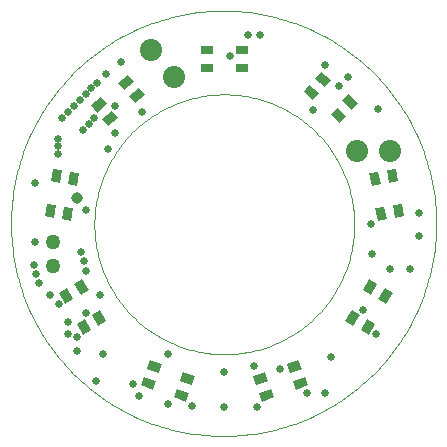
<source format=gbr>
G04 EAGLE Gerber RS-274X export*
G75*
%MOMM*%
%FSLAX35Y35*%
%LPD*%
%INsolder_mask_top*%
%IPPOS*%
%AMOC8*
5,1,8,0,0,1.08239X$1,22.5*%
G01*
%ADD10C,0.010000*%
%ADD11C,0.050000*%
%ADD12R,1.076200X0.776200*%
%ADD13C,1.876200*%
%ADD14C,1.276200*%
%ADD15C,0.629400*%
%ADD16C,0.976200*%


D10*
X1793375Y-42625D02*
X1793375Y57375D01*
D11*
X-1806625Y7375D02*
X-1806083Y51549D01*
X-1804457Y95697D01*
X-1801748Y139791D01*
X-1797958Y183806D01*
X-1793088Y227714D01*
X-1787143Y271490D01*
X-1780125Y315106D01*
X-1772039Y358538D01*
X-1762889Y401757D01*
X-1752681Y444739D01*
X-1741422Y487458D01*
X-1729118Y529887D01*
X-1715776Y572002D01*
X-1701404Y613777D01*
X-1686012Y655186D01*
X-1669608Y696205D01*
X-1652203Y736809D01*
X-1633806Y776974D01*
X-1614429Y816675D01*
X-1594083Y855889D01*
X-1572782Y894592D01*
X-1550536Y932760D01*
X-1527361Y970371D01*
X-1503270Y1007401D01*
X-1478278Y1043830D01*
X-1452399Y1079634D01*
X-1425649Y1114792D01*
X-1398044Y1149283D01*
X-1369601Y1183086D01*
X-1340337Y1216181D01*
X-1310270Y1248548D01*
X-1279417Y1280167D01*
X-1247798Y1311020D01*
X-1215431Y1341087D01*
X-1182336Y1370351D01*
X-1148533Y1398794D01*
X-1114042Y1426399D01*
X-1078884Y1453149D01*
X-1043080Y1479028D01*
X-1006651Y1504020D01*
X-969621Y1528111D01*
X-932010Y1551286D01*
X-893842Y1573532D01*
X-855139Y1594833D01*
X-815925Y1615179D01*
X-776224Y1634556D01*
X-736059Y1652953D01*
X-695455Y1670358D01*
X-654436Y1686762D01*
X-613027Y1702154D01*
X-571252Y1716526D01*
X-529137Y1729868D01*
X-486708Y1742172D01*
X-443989Y1753431D01*
X-401007Y1763639D01*
X-357788Y1772789D01*
X-314356Y1780875D01*
X-270740Y1787893D01*
X-226964Y1793838D01*
X-183056Y1798708D01*
X-139041Y1802498D01*
X-94947Y1805207D01*
X-50799Y1806833D01*
X-6625Y1807375D01*
X37549Y1806833D01*
X81697Y1805207D01*
X125791Y1802498D01*
X169806Y1798708D01*
X213714Y1793838D01*
X257490Y1787893D01*
X301106Y1780875D01*
X344538Y1772789D01*
X387757Y1763639D01*
X430739Y1753431D01*
X473458Y1742172D01*
X515887Y1729868D01*
X558002Y1716526D01*
X599777Y1702154D01*
X641186Y1686762D01*
X682205Y1670358D01*
X722809Y1652953D01*
X762974Y1634556D01*
X802675Y1615179D01*
X841889Y1594833D01*
X880592Y1573532D01*
X918760Y1551286D01*
X956371Y1528111D01*
X993401Y1504020D01*
X1029830Y1479028D01*
X1065634Y1453149D01*
X1100792Y1426399D01*
X1135283Y1398794D01*
X1169086Y1370351D01*
X1202181Y1341087D01*
X1234548Y1311020D01*
X1266167Y1280167D01*
X1297020Y1248548D01*
X1327087Y1216181D01*
X1356351Y1183086D01*
X1384794Y1149283D01*
X1412399Y1114792D01*
X1439149Y1079634D01*
X1465028Y1043830D01*
X1490020Y1007401D01*
X1514111Y970371D01*
X1537286Y932760D01*
X1559532Y894592D01*
X1580833Y855889D01*
X1601179Y816675D01*
X1620556Y776974D01*
X1638953Y736809D01*
X1656358Y696205D01*
X1672762Y655186D01*
X1688154Y613777D01*
X1702526Y572002D01*
X1715868Y529887D01*
X1728172Y487458D01*
X1739431Y444739D01*
X1749639Y401757D01*
X1758789Y358538D01*
X1766875Y315106D01*
X1773893Y271490D01*
X1779838Y227714D01*
X1784708Y183806D01*
X1788498Y139791D01*
X1791207Y95697D01*
X1792833Y51549D01*
X1793375Y7375D01*
X1792833Y-36799D01*
X1791207Y-80947D01*
X1788498Y-125041D01*
X1784708Y-169056D01*
X1779838Y-212964D01*
X1773893Y-256740D01*
X1766875Y-300356D01*
X1758789Y-343788D01*
X1749639Y-387007D01*
X1739431Y-429989D01*
X1728172Y-472708D01*
X1715868Y-515137D01*
X1702526Y-557252D01*
X1688154Y-599027D01*
X1672762Y-640436D01*
X1656358Y-681455D01*
X1638953Y-722059D01*
X1620556Y-762224D01*
X1601179Y-801925D01*
X1580833Y-841139D01*
X1559532Y-879842D01*
X1537286Y-918010D01*
X1514111Y-955621D01*
X1490020Y-992651D01*
X1465028Y-1029080D01*
X1439149Y-1064884D01*
X1412399Y-1100042D01*
X1384794Y-1134533D01*
X1356351Y-1168336D01*
X1327087Y-1201431D01*
X1297020Y-1233798D01*
X1266167Y-1265417D01*
X1234548Y-1296270D01*
X1202181Y-1326337D01*
X1169086Y-1355601D01*
X1135283Y-1384044D01*
X1100792Y-1411649D01*
X1065634Y-1438399D01*
X1029830Y-1464278D01*
X993401Y-1489270D01*
X956371Y-1513361D01*
X918760Y-1536536D01*
X880592Y-1558782D01*
X841889Y-1580083D01*
X802675Y-1600429D01*
X762974Y-1619806D01*
X722809Y-1638203D01*
X682205Y-1655608D01*
X641186Y-1672012D01*
X599777Y-1687404D01*
X558002Y-1701776D01*
X515887Y-1715118D01*
X473458Y-1727422D01*
X430739Y-1738681D01*
X387757Y-1748889D01*
X344538Y-1758039D01*
X301106Y-1766125D01*
X257490Y-1773143D01*
X213714Y-1779088D01*
X169806Y-1783958D01*
X125791Y-1787748D01*
X81697Y-1790457D01*
X37549Y-1792083D01*
X-6625Y-1792625D01*
X-50799Y-1792083D01*
X-94947Y-1790457D01*
X-139041Y-1787748D01*
X-183056Y-1783958D01*
X-226964Y-1779088D01*
X-270740Y-1773143D01*
X-314356Y-1766125D01*
X-357788Y-1758039D01*
X-401007Y-1748889D01*
X-443989Y-1738681D01*
X-486708Y-1727422D01*
X-529137Y-1715118D01*
X-571252Y-1701776D01*
X-613027Y-1687404D01*
X-654436Y-1672012D01*
X-695455Y-1655608D01*
X-736059Y-1638203D01*
X-776224Y-1619806D01*
X-815925Y-1600429D01*
X-855139Y-1580083D01*
X-893842Y-1558782D01*
X-932010Y-1536536D01*
X-969621Y-1513361D01*
X-1006651Y-1489270D01*
X-1043080Y-1464278D01*
X-1078884Y-1438399D01*
X-1114042Y-1411649D01*
X-1148533Y-1384044D01*
X-1182336Y-1355601D01*
X-1215431Y-1326337D01*
X-1247798Y-1296270D01*
X-1279417Y-1265417D01*
X-1310270Y-1233798D01*
X-1340337Y-1201431D01*
X-1369601Y-1168336D01*
X-1398044Y-1134533D01*
X-1425649Y-1100042D01*
X-1452399Y-1064884D01*
X-1478278Y-1029080D01*
X-1503270Y-992651D01*
X-1527361Y-955621D01*
X-1550536Y-918010D01*
X-1572782Y-879842D01*
X-1594083Y-841139D01*
X-1614429Y-801925D01*
X-1633806Y-762224D01*
X-1652203Y-722059D01*
X-1669608Y-681455D01*
X-1686012Y-640436D01*
X-1701404Y-599027D01*
X-1715776Y-557252D01*
X-1729118Y-515137D01*
X-1741422Y-472708D01*
X-1752681Y-429989D01*
X-1762889Y-387007D01*
X-1772039Y-343788D01*
X-1780125Y-300356D01*
X-1787143Y-256740D01*
X-1793088Y-212964D01*
X-1797958Y-169056D01*
X-1801748Y-125041D01*
X-1804457Y-80947D01*
X-1806083Y-36799D01*
X-1806625Y7375D01*
X-1100000Y0D02*
X-1099669Y26995D01*
X-1098675Y53974D01*
X-1097020Y80921D01*
X-1094703Y107819D01*
X-1091727Y134652D01*
X-1088094Y161404D01*
X-1083805Y188058D01*
X-1078864Y214599D01*
X-1073272Y241011D01*
X-1067034Y267278D01*
X-1060154Y293384D01*
X-1052634Y319313D01*
X-1044481Y345050D01*
X-1035698Y370579D01*
X-1026292Y395885D01*
X-1016267Y420952D01*
X-1005631Y445765D01*
X-994388Y470311D01*
X-982547Y494572D01*
X-970113Y518536D01*
X-957096Y542188D01*
X-943501Y565513D01*
X-929339Y588497D01*
X-914617Y611127D01*
X-899343Y633389D01*
X-883528Y655269D01*
X-867181Y676755D01*
X-850311Y697833D01*
X-832930Y718490D01*
X-815046Y738715D01*
X-796672Y758495D01*
X-777817Y777817D01*
X-758495Y796672D01*
X-738715Y815046D01*
X-718490Y832930D01*
X-697833Y850311D01*
X-676755Y867181D01*
X-655269Y883528D01*
X-633389Y899343D01*
X-611127Y914617D01*
X-588497Y929339D01*
X-565513Y943501D01*
X-542188Y957096D01*
X-518536Y970113D01*
X-494572Y982547D01*
X-470311Y994388D01*
X-445765Y1005631D01*
X-420952Y1016267D01*
X-395885Y1026292D01*
X-370579Y1035698D01*
X-345050Y1044481D01*
X-319313Y1052634D01*
X-293384Y1060154D01*
X-267278Y1067034D01*
X-241011Y1073272D01*
X-214599Y1078864D01*
X-188058Y1083805D01*
X-161404Y1088094D01*
X-134652Y1091727D01*
X-107819Y1094703D01*
X-80921Y1097020D01*
X-53974Y1098675D01*
X-26995Y1099669D01*
X0Y1100000D01*
X26995Y1099669D01*
X53974Y1098675D01*
X80921Y1097020D01*
X107819Y1094703D01*
X134652Y1091727D01*
X161404Y1088094D01*
X188058Y1083805D01*
X214599Y1078864D01*
X241011Y1073272D01*
X267278Y1067034D01*
X293384Y1060154D01*
X319313Y1052634D01*
X345050Y1044481D01*
X370579Y1035698D01*
X395885Y1026292D01*
X420952Y1016267D01*
X445765Y1005631D01*
X470311Y994388D01*
X494572Y982547D01*
X518536Y970113D01*
X542188Y957096D01*
X565513Y943501D01*
X588497Y929339D01*
X611127Y914617D01*
X633389Y899343D01*
X655269Y883528D01*
X676755Y867181D01*
X697833Y850311D01*
X718490Y832930D01*
X738715Y815046D01*
X758495Y796672D01*
X777817Y777817D01*
X796672Y758495D01*
X815046Y738715D01*
X832930Y718490D01*
X850311Y697833D01*
X867181Y676755D01*
X883528Y655269D01*
X899343Y633389D01*
X914617Y611127D01*
X929339Y588497D01*
X943501Y565513D01*
X957096Y542188D01*
X970113Y518536D01*
X982547Y494572D01*
X994388Y470311D01*
X1005631Y445765D01*
X1016267Y420952D01*
X1026292Y395885D01*
X1035698Y370579D01*
X1044481Y345050D01*
X1052634Y319313D01*
X1060154Y293384D01*
X1067034Y267278D01*
X1073272Y241011D01*
X1078864Y214599D01*
X1083805Y188058D01*
X1088094Y161404D01*
X1091727Y134652D01*
X1094703Y107819D01*
X1097020Y80921D01*
X1098675Y53974D01*
X1099669Y26995D01*
X1100000Y0D01*
X1099669Y-26995D01*
X1098675Y-53974D01*
X1097020Y-80921D01*
X1094703Y-107819D01*
X1091727Y-134652D01*
X1088094Y-161404D01*
X1083805Y-188058D01*
X1078864Y-214599D01*
X1073272Y-241011D01*
X1067034Y-267278D01*
X1060154Y-293384D01*
X1052634Y-319313D01*
X1044481Y-345050D01*
X1035698Y-370579D01*
X1026292Y-395885D01*
X1016267Y-420952D01*
X1005631Y-445765D01*
X994388Y-470311D01*
X982547Y-494572D01*
X970113Y-518536D01*
X957096Y-542188D01*
X943501Y-565513D01*
X929339Y-588497D01*
X914617Y-611127D01*
X899343Y-633389D01*
X883528Y-655269D01*
X867181Y-676755D01*
X850311Y-697833D01*
X832930Y-718490D01*
X815046Y-738715D01*
X796672Y-758495D01*
X777817Y-777817D01*
X758495Y-796672D01*
X738715Y-815046D01*
X718490Y-832930D01*
X697833Y-850311D01*
X676755Y-867181D01*
X655269Y-883528D01*
X633389Y-899343D01*
X611127Y-914617D01*
X588497Y-929339D01*
X565513Y-943501D01*
X542188Y-957096D01*
X518536Y-970113D01*
X494572Y-982547D01*
X470311Y-994388D01*
X445765Y-1005631D01*
X420952Y-1016267D01*
X395885Y-1026292D01*
X370579Y-1035698D01*
X345050Y-1044481D01*
X319313Y-1052634D01*
X293384Y-1060154D01*
X267278Y-1067034D01*
X241011Y-1073272D01*
X214599Y-1078864D01*
X188058Y-1083805D01*
X161404Y-1088094D01*
X134652Y-1091727D01*
X107819Y-1094703D01*
X80921Y-1097020D01*
X53974Y-1098675D01*
X26995Y-1099669D01*
X0Y-1100000D01*
X-26995Y-1099669D01*
X-53974Y-1098675D01*
X-80921Y-1097020D01*
X-107819Y-1094703D01*
X-134652Y-1091727D01*
X-161404Y-1088094D01*
X-188058Y-1083805D01*
X-214599Y-1078864D01*
X-241011Y-1073272D01*
X-267278Y-1067034D01*
X-293384Y-1060154D01*
X-319313Y-1052634D01*
X-345050Y-1044481D01*
X-370579Y-1035698D01*
X-395885Y-1026292D01*
X-420952Y-1016267D01*
X-445765Y-1005631D01*
X-470311Y-994388D01*
X-494572Y-982547D01*
X-518536Y-970113D01*
X-542188Y-957096D01*
X-565513Y-943501D01*
X-588497Y-929339D01*
X-611127Y-914617D01*
X-633389Y-899343D01*
X-655269Y-883528D01*
X-676755Y-867181D01*
X-697833Y-850311D01*
X-718490Y-832930D01*
X-738715Y-815046D01*
X-758495Y-796672D01*
X-777817Y-777817D01*
X-796672Y-758495D01*
X-815046Y-738715D01*
X-832930Y-718490D01*
X-850311Y-697833D01*
X-867181Y-676755D01*
X-883528Y-655269D01*
X-899343Y-633389D01*
X-914617Y-611127D01*
X-929339Y-588497D01*
X-943501Y-565513D01*
X-957096Y-542188D01*
X-970113Y-518536D01*
X-982547Y-494572D01*
X-994388Y-470311D01*
X-1005631Y-445765D01*
X-1016267Y-420952D01*
X-1026292Y-395885D01*
X-1035698Y-370579D01*
X-1044481Y-345050D01*
X-1052634Y-319313D01*
X-1060154Y-293384D01*
X-1067034Y-267278D01*
X-1073272Y-241011D01*
X-1078864Y-214599D01*
X-1083805Y-188058D01*
X-1088094Y-161404D01*
X-1091727Y-134652D01*
X-1094703Y-107819D01*
X-1097020Y-80921D01*
X-1098675Y-53974D01*
X-1099669Y-26995D01*
X-1100000Y0D01*
D12*
G36*
X372232Y-1323891D02*
X271103Y-1360699D01*
X244556Y-1287761D01*
X345685Y-1250953D01*
X372232Y-1323891D01*
G37*
G36*
X423536Y-1464845D02*
X322407Y-1501653D01*
X295860Y-1428715D01*
X396989Y-1391907D01*
X423536Y-1464845D01*
G37*
G36*
X526464Y-1185155D02*
X627593Y-1148347D01*
X654140Y-1221285D01*
X553011Y-1258093D01*
X526464Y-1185155D01*
G37*
G36*
X577767Y-1326109D02*
X678896Y-1289301D01*
X705443Y-1362239D01*
X604314Y-1399047D01*
X577767Y-1326109D01*
G37*
G36*
X1145563Y-765209D02*
X1091753Y-858409D01*
X1024533Y-819599D01*
X1078343Y-726399D01*
X1145563Y-765209D01*
G37*
G36*
X1275467Y-840209D02*
X1221657Y-933409D01*
X1154437Y-894599D01*
X1208247Y-801399D01*
X1275467Y-840209D01*
G37*
G36*
X1174533Y-559791D02*
X1228343Y-466591D01*
X1295563Y-505401D01*
X1241753Y-598601D01*
X1174533Y-559791D01*
G37*
G36*
X1304437Y-634791D02*
X1358247Y-541591D01*
X1425467Y-580401D01*
X1371657Y-673601D01*
X1304437Y-634791D01*
G37*
G36*
X1356063Y148986D02*
X1374751Y43002D01*
X1298311Y29524D01*
X1279623Y135508D01*
X1356063Y148986D01*
G37*
G36*
X1503784Y175033D02*
X1522472Y69049D01*
X1446032Y55571D01*
X1427344Y161555D01*
X1503784Y175033D01*
G37*
G36*
X1246216Y324967D02*
X1227528Y430951D01*
X1303968Y444429D01*
X1322656Y338445D01*
X1246216Y324967D01*
G37*
G36*
X1393937Y351014D02*
X1375249Y456998D01*
X1451689Y470476D01*
X1470377Y364492D01*
X1393937Y351014D01*
G37*
G36*
X-396989Y-1391907D02*
X-295860Y-1428715D01*
X-322407Y-1501653D01*
X-423536Y-1464845D01*
X-396989Y-1391907D01*
G37*
G36*
X-345685Y-1250953D02*
X-244556Y-1287761D01*
X-271103Y-1360699D01*
X-372232Y-1323891D01*
X-345685Y-1250953D01*
G37*
G36*
X-604314Y-1399047D02*
X-705443Y-1362239D01*
X-678896Y-1289301D01*
X-577767Y-1326109D01*
X-604314Y-1399047D01*
G37*
G36*
X-553011Y-1258093D02*
X-654140Y-1221285D01*
X-627593Y-1148347D01*
X-526464Y-1185155D01*
X-553011Y-1258093D01*
G37*
G36*
X-1183247Y-801399D02*
X-1129437Y-894599D01*
X-1196657Y-933409D01*
X-1250467Y-840209D01*
X-1183247Y-801399D01*
G37*
G36*
X-1053343Y-726399D02*
X-999533Y-819599D01*
X-1066753Y-858409D01*
X-1120563Y-765209D01*
X-1053343Y-726399D01*
G37*
G36*
X-1346657Y-673601D02*
X-1400467Y-580401D01*
X-1333247Y-541591D01*
X-1279437Y-634791D01*
X-1346657Y-673601D01*
G37*
G36*
X-1216753Y-598601D02*
X-1270563Y-505401D01*
X-1203343Y-466591D01*
X-1149533Y-559791D01*
X-1216753Y-598601D01*
G37*
G36*
X-1427344Y161555D02*
X-1446032Y55571D01*
X-1522472Y69049D01*
X-1503784Y175033D01*
X-1427344Y161555D01*
G37*
G36*
X-1279623Y135508D02*
X-1298311Y29524D01*
X-1374751Y43002D01*
X-1356063Y148986D01*
X-1279623Y135508D01*
G37*
G36*
X-1470377Y364492D02*
X-1451689Y470476D01*
X-1375249Y456998D01*
X-1393937Y351014D01*
X-1470377Y364492D01*
G37*
G36*
X-1322656Y338445D02*
X-1303968Y444429D01*
X-1227528Y430951D01*
X-1246216Y324967D01*
X-1322656Y338445D01*
G37*
G36*
X-996949Y1015893D02*
X-1079390Y946717D01*
X-1129283Y1006177D01*
X-1046842Y1075353D01*
X-996949Y1015893D01*
G37*
G36*
X-900531Y900986D02*
X-982972Y831810D01*
X-1032865Y891270D01*
X-950424Y960446D01*
X-900531Y900986D01*
G37*
G36*
X-899469Y1199013D02*
X-817028Y1268189D01*
X-767135Y1208729D01*
X-849576Y1139553D01*
X-899469Y1199013D01*
G37*
G36*
X-803051Y1084107D02*
X-720610Y1153283D01*
X-670717Y1093823D01*
X-753158Y1024647D01*
X-803051Y1084107D01*
G37*
X-150000Y1475000D03*
X-150000Y1325000D03*
X150000Y1475000D03*
X150000Y1325000D03*
G36*
X849576Y1164553D02*
X767135Y1233729D01*
X817028Y1293189D01*
X899469Y1224013D01*
X849576Y1164553D01*
G37*
G36*
X753158Y1049647D02*
X670717Y1118823D01*
X720610Y1178283D01*
X803051Y1109107D01*
X753158Y1049647D01*
G37*
G36*
X1046842Y1100353D02*
X1129283Y1031177D01*
X1079390Y971717D01*
X996949Y1040893D01*
X1046842Y1100353D01*
G37*
G36*
X950424Y985446D02*
X1032865Y916270D01*
X982972Y856810D01*
X900531Y925986D01*
X950424Y985446D01*
G37*
D13*
X-625000Y1475000D03*
D14*
X-1450000Y-350000D03*
X-1450000Y-150000D03*
D13*
X-425000Y1250000D03*
X1125000Y625000D03*
X1400000Y625000D03*
D15*
X-475000Y-1100000D03*
X-925000Y1000000D03*
D16*
X-1250000Y225000D03*
D15*
X-1191000Y-314000D03*
X-1215000Y-238000D03*
X-1171000Y-393000D03*
X975000Y1175000D03*
X1400000Y-375000D03*
X0Y-1550000D03*
X900000Y-1125000D03*
X250000Y-1200000D03*
X-725000Y-1450000D03*
X-1325000Y-925000D03*
X0Y-1250000D03*
X1239800Y400D03*
X1300000Y975000D03*
X50000Y1425000D03*
X-1025000Y-1100000D03*
X-475000Y-1525000D03*
X1575000Y-375000D03*
X-1400000Y-675000D03*
X200000Y1600000D03*
X-1050000Y-600000D03*
X1050000Y1250000D03*
X-1000000Y1275000D03*
X-700000Y950000D03*
X-1175000Y125000D03*
X-1600000Y350000D03*
X-1175000Y-750000D03*
X-1600000Y-150000D03*
X-1593000Y-418000D03*
X-1613000Y-341000D03*
X-1571000Y-495000D03*
X1250000Y-250000D03*
X1281000Y-926000D03*
X-1410000Y660000D03*
X-1410000Y595000D03*
X-1410000Y725000D03*
X-1175000Y1100000D03*
X-1100000Y900000D03*
X-925000Y775000D03*
X-1150000Y850000D03*
X-1225000Y1050000D03*
X-1275000Y1000000D03*
X-1325000Y950000D03*
X-1375000Y900000D03*
X-1125000Y1150000D03*
X-1075000Y1200000D03*
X-1200000Y800000D03*
X-1475000Y-600000D03*
X-875000Y1375000D03*
X-1250000Y-1075000D03*
X700000Y-1425000D03*
X850000Y-1425000D03*
X-1085000Y-1324000D03*
X-775000Y-1350000D03*
X-275000Y-1537000D03*
X-1250000Y-950000D03*
X1650000Y100000D03*
X-1325000Y-825000D03*
X850000Y1350000D03*
X750000Y970000D03*
X-985000Y640000D03*
X475000Y-1225000D03*
X275000Y-1550000D03*
X1175000Y-725000D03*
X1650000Y-100000D03*
X300000Y1600000D03*
M02*

</source>
